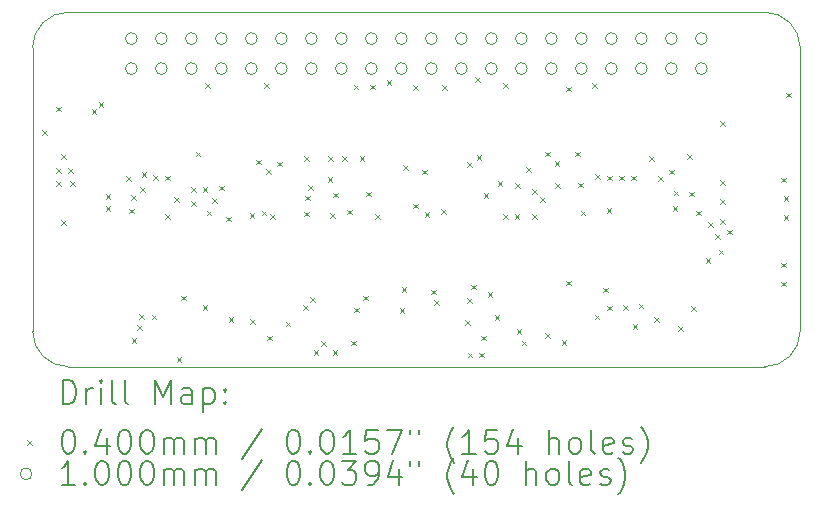
<source format=gbr>
%TF.GenerationSoftware,KiCad,Pcbnew,7.0.8*%
%TF.CreationDate,2023-11-03T14:19:17+02:00*%
%TF.ProjectId,TinyNumberHat,54696e79-4e75-46d6-9265-724861742e6b,rev?*%
%TF.SameCoordinates,Original*%
%TF.FileFunction,Drillmap*%
%TF.FilePolarity,Positive*%
%FSLAX45Y45*%
G04 Gerber Fmt 4.5, Leading zero omitted, Abs format (unit mm)*
G04 Created by KiCad (PCBNEW 7.0.8) date 2023-11-03 14:19:17*
%MOMM*%
%LPD*%
G01*
G04 APERTURE LIST*
%ADD10C,0.100000*%
%ADD11C,0.200000*%
%ADD12C,0.040000*%
G04 APERTURE END LIST*
D10*
X16500000Y-7300000D02*
G75*
G03*
X16200000Y-7000000I-300000J0D01*
G01*
X16500000Y-9700000D02*
X16500000Y-7300000D01*
X10000000Y-7300000D02*
X10000000Y-9700000D01*
X10000000Y-9700000D02*
G75*
G03*
X10300000Y-10000000I300000J0D01*
G01*
X10300000Y-10000000D02*
X16200000Y-10000000D01*
X16200000Y-10000000D02*
G75*
G03*
X16500000Y-9700000I0J300000D01*
G01*
X10300000Y-7000000D02*
G75*
G03*
X10000000Y-7300000I0J-300000D01*
G01*
X16200000Y-7000000D02*
X10300000Y-7000000D01*
D11*
D12*
X10080000Y-8000000D02*
X10120000Y-8040000D01*
X10120000Y-8000000D02*
X10080000Y-8040000D01*
X10200000Y-7800000D02*
X10240000Y-7840000D01*
X10240000Y-7800000D02*
X10200000Y-7840000D01*
X10200000Y-8320000D02*
X10240000Y-8360000D01*
X10240000Y-8320000D02*
X10200000Y-8360000D01*
X10200000Y-8430000D02*
X10240000Y-8470000D01*
X10240000Y-8430000D02*
X10200000Y-8470000D01*
X10240000Y-8200000D02*
X10280000Y-8240000D01*
X10280000Y-8200000D02*
X10240000Y-8240000D01*
X10240000Y-8760000D02*
X10280000Y-8800000D01*
X10280000Y-8760000D02*
X10240000Y-8800000D01*
X10300000Y-8320000D02*
X10340000Y-8360000D01*
X10340000Y-8320000D02*
X10300000Y-8360000D01*
X10320000Y-8430000D02*
X10360000Y-8470000D01*
X10360000Y-8430000D02*
X10320000Y-8470000D01*
X10500000Y-7820000D02*
X10540000Y-7860000D01*
X10540000Y-7820000D02*
X10500000Y-7860000D01*
X10560000Y-7760000D02*
X10600000Y-7800000D01*
X10600000Y-7760000D02*
X10560000Y-7800000D01*
X10620000Y-8540000D02*
X10660000Y-8580000D01*
X10660000Y-8540000D02*
X10620000Y-8580000D01*
X10620001Y-8640001D02*
X10660001Y-8680001D01*
X10660001Y-8640001D02*
X10620001Y-8680001D01*
X10790703Y-8385499D02*
X10830703Y-8425499D01*
X10830703Y-8385499D02*
X10790703Y-8425499D01*
X10814906Y-8662563D02*
X10854906Y-8702563D01*
X10854906Y-8662563D02*
X10814906Y-8702563D01*
X10836489Y-8549180D02*
X10876489Y-8589180D01*
X10876489Y-8549180D02*
X10836489Y-8589180D01*
X10840000Y-9760000D02*
X10880000Y-9800000D01*
X10880000Y-9760000D02*
X10840000Y-9800000D01*
X10887730Y-9652270D02*
X10927730Y-9692270D01*
X10927730Y-9652270D02*
X10887730Y-9692270D01*
X10902260Y-9554377D02*
X10942260Y-9594377D01*
X10942260Y-9554377D02*
X10902260Y-9594377D01*
X10911917Y-8479382D02*
X10951917Y-8519382D01*
X10951917Y-8479382D02*
X10911917Y-8519382D01*
X10922985Y-8355747D02*
X10962985Y-8395747D01*
X10962985Y-8355747D02*
X10922985Y-8395747D01*
X11007352Y-9560762D02*
X11047352Y-9600762D01*
X11047352Y-9560762D02*
X11007352Y-9600762D01*
X11020000Y-8380000D02*
X11060000Y-8420000D01*
X11060000Y-8380000D02*
X11020000Y-8420000D01*
X11120000Y-8712500D02*
X11160000Y-8752500D01*
X11160000Y-8712500D02*
X11120000Y-8752500D01*
X11121579Y-8383885D02*
X11161579Y-8423886D01*
X11161579Y-8383885D02*
X11121579Y-8423886D01*
X11200000Y-8567500D02*
X11240000Y-8607500D01*
X11240000Y-8567500D02*
X11200000Y-8607500D01*
X11219999Y-9920000D02*
X11259999Y-9960000D01*
X11259999Y-9920000D02*
X11219999Y-9960000D01*
X11260000Y-9400000D02*
X11300000Y-9440000D01*
X11300000Y-9400000D02*
X11260000Y-9440000D01*
X11340000Y-8480000D02*
X11380000Y-8520000D01*
X11380000Y-8480000D02*
X11340000Y-8520000D01*
X11340000Y-8600000D02*
X11380000Y-8640000D01*
X11380000Y-8600000D02*
X11340000Y-8640000D01*
X11380000Y-8179999D02*
X11420000Y-8219999D01*
X11420000Y-8179999D02*
X11380000Y-8219999D01*
X11440000Y-8480000D02*
X11480000Y-8520000D01*
X11480000Y-8480000D02*
X11440000Y-8520000D01*
X11440000Y-9480000D02*
X11480000Y-9520000D01*
X11480000Y-9480000D02*
X11440000Y-9520000D01*
X11460000Y-7600000D02*
X11500000Y-7640000D01*
X11500000Y-7600000D02*
X11460000Y-7640000D01*
X11475258Y-8680433D02*
X11515258Y-8720433D01*
X11515258Y-8680433D02*
X11475258Y-8720433D01*
X11520000Y-8572698D02*
X11560000Y-8612698D01*
X11560000Y-8572698D02*
X11520000Y-8612698D01*
X11580000Y-8467450D02*
X11620000Y-8507450D01*
X11620000Y-8467450D02*
X11580000Y-8507450D01*
X11638464Y-8729696D02*
X11678464Y-8769696D01*
X11678464Y-8729696D02*
X11638464Y-8769696D01*
X11660000Y-9580000D02*
X11700000Y-9620000D01*
X11700000Y-9580000D02*
X11660000Y-9620000D01*
X11837450Y-8700000D02*
X11877450Y-8740000D01*
X11877450Y-8700000D02*
X11837450Y-8740000D01*
X11840000Y-9600000D02*
X11880000Y-9640000D01*
X11880000Y-9600000D02*
X11840000Y-9640000D01*
X11893634Y-8247500D02*
X11933634Y-8287500D01*
X11933634Y-8247500D02*
X11893634Y-8287500D01*
X11940000Y-8680000D02*
X11980000Y-8720000D01*
X11980000Y-8680000D02*
X11940000Y-8720000D01*
X11960000Y-7600000D02*
X12000000Y-7640000D01*
X12000000Y-7600000D02*
X11960000Y-7640000D01*
X11975462Y-8327500D02*
X12015462Y-8367500D01*
X12015462Y-8327500D02*
X11975462Y-8367500D01*
X11986077Y-9738463D02*
X12026077Y-9778463D01*
X12026077Y-9738463D02*
X11986077Y-9778463D01*
X12009688Y-8710312D02*
X12049688Y-8750312D01*
X12049688Y-8710312D02*
X12009688Y-8750312D01*
X12073402Y-8264947D02*
X12113402Y-8304947D01*
X12113402Y-8264947D02*
X12073402Y-8304947D01*
X12142500Y-9619299D02*
X12182500Y-9659299D01*
X12182500Y-9619299D02*
X12142500Y-9659299D01*
X12289720Y-9480956D02*
X12329720Y-9520956D01*
X12329720Y-9480956D02*
X12289720Y-9520956D01*
X12300000Y-8220000D02*
X12340000Y-8260000D01*
X12340000Y-8220000D02*
X12300000Y-8260000D01*
X12300000Y-8687500D02*
X12340000Y-8727500D01*
X12340000Y-8687500D02*
X12300000Y-8727500D01*
X12305770Y-8552500D02*
X12345770Y-8592500D01*
X12345770Y-8552500D02*
X12305770Y-8592500D01*
X12336380Y-8462566D02*
X12376380Y-8502566D01*
X12376380Y-8462566D02*
X12336380Y-8502566D01*
X12352267Y-9409518D02*
X12392267Y-9449518D01*
X12392267Y-9409518D02*
X12352267Y-9449518D01*
X12380000Y-9860000D02*
X12420000Y-9900000D01*
X12420000Y-9860000D02*
X12380000Y-9900000D01*
X12445040Y-9786988D02*
X12485040Y-9826988D01*
X12485040Y-9786988D02*
X12445040Y-9826988D01*
X12499357Y-8395179D02*
X12539357Y-8435179D01*
X12539357Y-8395179D02*
X12499357Y-8435179D01*
X12500000Y-8218544D02*
X12540000Y-8258544D01*
X12540000Y-8218544D02*
X12500000Y-8258544D01*
X12521474Y-8701473D02*
X12561474Y-8741473D01*
X12561474Y-8701473D02*
X12521474Y-8741473D01*
X12540000Y-9860000D02*
X12580000Y-9900000D01*
X12580000Y-9860000D02*
X12540000Y-9900000D01*
X12542461Y-8528458D02*
X12582461Y-8568458D01*
X12582461Y-8528458D02*
X12542461Y-8568458D01*
X12620000Y-8220000D02*
X12660000Y-8260000D01*
X12660000Y-8220000D02*
X12620000Y-8260000D01*
X12666474Y-8671812D02*
X12706474Y-8711812D01*
X12706474Y-8671812D02*
X12666474Y-8711812D01*
X12698845Y-9780000D02*
X12738845Y-9820000D01*
X12738845Y-9780000D02*
X12698845Y-9820000D01*
X12719225Y-7613323D02*
X12759225Y-7653323D01*
X12759225Y-7613323D02*
X12719225Y-7653323D01*
X12720000Y-9500000D02*
X12760000Y-9540000D01*
X12760000Y-9500000D02*
X12720000Y-9540000D01*
X12770000Y-8220000D02*
X12810000Y-8260000D01*
X12810000Y-8220000D02*
X12770000Y-8260000D01*
X12800000Y-9400000D02*
X12840000Y-9440000D01*
X12840000Y-9400000D02*
X12800000Y-9440000D01*
X12823308Y-8520000D02*
X12863308Y-8560000D01*
X12863308Y-8520000D02*
X12823308Y-8560000D01*
X12860000Y-7612550D02*
X12900000Y-7652550D01*
X12900000Y-7612550D02*
X12860000Y-7652550D01*
X12903227Y-8709539D02*
X12943227Y-8749539D01*
X12943227Y-8709539D02*
X12903227Y-8749539D01*
X12997014Y-7575746D02*
X13037014Y-7615746D01*
X13037014Y-7575746D02*
X12997014Y-7615746D01*
X13108170Y-9507500D02*
X13148170Y-9547500D01*
X13148170Y-9507500D02*
X13108170Y-9547500D01*
X13125000Y-9330000D02*
X13165000Y-9370000D01*
X13165000Y-9330000D02*
X13125000Y-9370000D01*
X13136929Y-8292689D02*
X13176929Y-8332689D01*
X13176929Y-8292689D02*
X13136929Y-8332689D01*
X13220000Y-7620000D02*
X13260000Y-7660000D01*
X13260000Y-7620000D02*
X13220000Y-7660000D01*
X13220000Y-8620000D02*
X13260000Y-8660000D01*
X13260000Y-8620000D02*
X13220000Y-8660000D01*
X13299983Y-8331997D02*
X13339983Y-8371997D01*
X13339983Y-8331997D02*
X13299983Y-8371997D01*
X13320000Y-8690000D02*
X13360000Y-8730000D01*
X13360000Y-8690000D02*
X13320000Y-8730000D01*
X13373802Y-9348683D02*
X13413802Y-9388683D01*
X13413802Y-9348683D02*
X13373802Y-9388683D01*
X13400000Y-9440000D02*
X13440000Y-9480000D01*
X13440000Y-9440000D02*
X13400000Y-9480000D01*
X13456570Y-8667500D02*
X13496570Y-8707500D01*
X13496570Y-8667500D02*
X13456570Y-8707500D01*
X13465733Y-7616733D02*
X13505733Y-7656733D01*
X13505733Y-7616733D02*
X13465733Y-7656733D01*
X13660000Y-9605000D02*
X13700000Y-9645000D01*
X13700000Y-9605000D02*
X13660000Y-9645000D01*
X13679517Y-8266654D02*
X13719517Y-8306654D01*
X13719517Y-8266654D02*
X13679517Y-8306654D01*
X13680000Y-9420000D02*
X13720000Y-9460000D01*
X13720000Y-9420000D02*
X13680000Y-9460000D01*
X13684277Y-9881291D02*
X13724277Y-9921291D01*
X13724277Y-9881291D02*
X13684277Y-9921291D01*
X13714113Y-9305229D02*
X13754113Y-9345229D01*
X13754113Y-9305229D02*
X13714113Y-9345229D01*
X13750000Y-7546534D02*
X13790000Y-7586534D01*
X13790000Y-7546534D02*
X13750000Y-7586534D01*
X13760000Y-8207450D02*
X13800000Y-8247450D01*
X13800000Y-8207450D02*
X13760000Y-8247450D01*
X13783799Y-9881291D02*
X13823799Y-9921291D01*
X13823799Y-9881291D02*
X13783799Y-9921291D01*
X13795386Y-9737500D02*
X13835386Y-9777500D01*
X13835386Y-9737500D02*
X13795386Y-9777500D01*
X13819544Y-8532591D02*
X13859544Y-8572591D01*
X13859544Y-8532591D02*
X13819544Y-8572591D01*
X13852115Y-9372273D02*
X13892115Y-9412273D01*
X13892115Y-9372273D02*
X13852115Y-9412273D01*
X13912646Y-9562801D02*
X13952646Y-9602801D01*
X13952646Y-9562801D02*
X13912646Y-9602801D01*
X13937428Y-8432500D02*
X13977428Y-8472500D01*
X13977428Y-8432500D02*
X13937428Y-8472500D01*
X13982270Y-7597730D02*
X14022270Y-7637730D01*
X14022270Y-7597730D02*
X13982270Y-7637730D01*
X13982839Y-8708633D02*
X14022839Y-8748633D01*
X14022839Y-8708633D02*
X13982839Y-8748633D01*
X14082653Y-8712500D02*
X14122653Y-8752500D01*
X14122653Y-8712500D02*
X14082653Y-8752500D01*
X14088294Y-8446854D02*
X14128294Y-8486854D01*
X14128294Y-8446854D02*
X14088294Y-8486854D01*
X14099601Y-9680301D02*
X14139601Y-9720301D01*
X14139601Y-9680301D02*
X14099601Y-9720301D01*
X14140000Y-9780000D02*
X14180000Y-9820000D01*
X14180000Y-9780000D02*
X14140000Y-9820000D01*
X14179534Y-8309981D02*
X14219534Y-8349981D01*
X14219534Y-8309981D02*
X14179534Y-8349981D01*
X14228666Y-8712500D02*
X14268666Y-8752500D01*
X14268666Y-8712500D02*
X14228666Y-8752500D01*
X14229425Y-8495000D02*
X14269425Y-8535000D01*
X14269425Y-8495000D02*
X14229425Y-8535000D01*
X14300261Y-8567500D02*
X14340261Y-8607500D01*
X14340261Y-8567500D02*
X14300261Y-8607500D01*
X14340000Y-8180000D02*
X14380000Y-8220000D01*
X14380000Y-8180000D02*
X14340000Y-8220000D01*
X14340000Y-9720000D02*
X14380000Y-9760000D01*
X14380000Y-9720000D02*
X14340000Y-9760000D01*
X14420000Y-8260000D02*
X14460000Y-8300000D01*
X14460000Y-8260000D02*
X14420000Y-8300000D01*
X14426078Y-8450000D02*
X14466078Y-8490000D01*
X14466078Y-8450000D02*
X14426078Y-8490000D01*
X14480000Y-9774950D02*
X14520000Y-9814950D01*
X14520000Y-9774950D02*
X14480000Y-9814950D01*
X14520000Y-7630000D02*
X14560000Y-7670000D01*
X14560000Y-7630000D02*
X14520000Y-7670000D01*
X14520653Y-9272283D02*
X14560653Y-9312283D01*
X14560653Y-9272283D02*
X14520653Y-9312283D01*
X14594977Y-8180541D02*
X14634977Y-8220541D01*
X14634977Y-8180541D02*
X14594977Y-8220541D01*
X14620000Y-8443040D02*
X14660000Y-8483040D01*
X14660000Y-8443040D02*
X14620000Y-8483040D01*
X14640000Y-8680000D02*
X14680000Y-8720000D01*
X14680000Y-8680000D02*
X14640000Y-8720000D01*
X14740000Y-7599950D02*
X14780000Y-7639950D01*
X14780000Y-7599950D02*
X14740000Y-7639950D01*
X14760003Y-9560000D02*
X14800003Y-9600000D01*
X14800003Y-9560000D02*
X14760003Y-9600000D01*
X14765828Y-8370519D02*
X14805828Y-8410519D01*
X14805828Y-8370519D02*
X14765828Y-8410519D01*
X14832550Y-9332550D02*
X14872550Y-9372550D01*
X14872550Y-9332550D02*
X14832550Y-9372550D01*
X14860000Y-8660000D02*
X14900000Y-8700000D01*
X14900000Y-8660000D02*
X14860000Y-8700000D01*
X14863205Y-9484530D02*
X14903205Y-9524530D01*
X14903205Y-9484530D02*
X14863205Y-9524530D01*
X14865327Y-8382500D02*
X14905327Y-8422500D01*
X14905327Y-8382500D02*
X14865327Y-8422500D01*
X14965327Y-8382500D02*
X15005327Y-8422500D01*
X15005327Y-8382500D02*
X14965327Y-8422500D01*
X15000000Y-9478073D02*
X15040000Y-9518073D01*
X15040000Y-9478073D02*
X15000000Y-9518073D01*
X15065392Y-8382500D02*
X15105392Y-8422500D01*
X15105392Y-8382500D02*
X15065392Y-8422500D01*
X15080000Y-9640000D02*
X15120000Y-9680000D01*
X15120000Y-9640000D02*
X15080000Y-9680000D01*
X15131095Y-9466374D02*
X15171095Y-9506374D01*
X15171095Y-9466374D02*
X15131095Y-9506374D01*
X15220000Y-8220000D02*
X15260000Y-8260000D01*
X15260000Y-8220000D02*
X15220000Y-8260000D01*
X15260000Y-9580000D02*
X15300000Y-9620000D01*
X15300000Y-9580000D02*
X15260000Y-9620000D01*
X15297547Y-8388791D02*
X15337547Y-8428791D01*
X15337547Y-8388791D02*
X15297547Y-8428791D01*
X15392500Y-8333842D02*
X15432500Y-8373842D01*
X15432500Y-8333842D02*
X15392500Y-8373842D01*
X15420000Y-8640000D02*
X15460000Y-8680000D01*
X15460000Y-8640000D02*
X15420000Y-8680000D01*
X15427500Y-8510000D02*
X15467500Y-8550000D01*
X15467500Y-8510000D02*
X15427500Y-8550000D01*
X15464696Y-9656412D02*
X15504696Y-9696412D01*
X15504696Y-9656412D02*
X15464696Y-9696412D01*
X15541713Y-8198842D02*
X15581713Y-8238842D01*
X15581713Y-8198842D02*
X15541713Y-8238842D01*
X15560000Y-8520000D02*
X15600000Y-8560000D01*
X15600000Y-8520000D02*
X15560000Y-8560000D01*
X15576506Y-9488034D02*
X15616506Y-9528034D01*
X15616506Y-9488034D02*
X15576506Y-9528034D01*
X15620000Y-8680000D02*
X15660000Y-8720000D01*
X15660000Y-8680000D02*
X15620000Y-8720000D01*
X15700000Y-9080000D02*
X15740000Y-9120000D01*
X15740000Y-9080000D02*
X15700000Y-9120000D01*
X15720000Y-8780000D02*
X15760000Y-8820000D01*
X15760000Y-8780000D02*
X15720000Y-8820000D01*
X15780000Y-8880000D02*
X15820000Y-8920000D01*
X15820000Y-8880000D02*
X15780000Y-8920000D01*
X15810000Y-9010000D02*
X15850000Y-9050000D01*
X15850000Y-9010000D02*
X15810000Y-9050000D01*
X15820000Y-7920000D02*
X15860000Y-7960000D01*
X15860000Y-7920000D02*
X15820000Y-7960000D01*
X15820000Y-8420000D02*
X15860000Y-8460000D01*
X15860000Y-8420000D02*
X15820000Y-8460000D01*
X15820000Y-8580000D02*
X15860000Y-8620000D01*
X15860000Y-8580000D02*
X15820000Y-8620000D01*
X15820000Y-8750000D02*
X15860000Y-8790000D01*
X15860000Y-8750000D02*
X15820000Y-8790000D01*
X15880000Y-8840000D02*
X15920000Y-8880000D01*
X15920000Y-8840000D02*
X15880000Y-8880000D01*
X16340000Y-8400000D02*
X16380000Y-8440000D01*
X16380000Y-8400000D02*
X16340000Y-8440000D01*
X16340000Y-9120000D02*
X16380000Y-9160000D01*
X16380000Y-9120000D02*
X16340000Y-9160000D01*
X16340000Y-9280000D02*
X16380000Y-9320000D01*
X16380000Y-9280000D02*
X16340000Y-9320000D01*
X16360000Y-8560000D02*
X16400000Y-8600000D01*
X16400000Y-8560000D02*
X16360000Y-8600000D01*
X16360000Y-8720000D02*
X16400000Y-8760000D01*
X16400000Y-8720000D02*
X16360000Y-8760000D01*
X16380000Y-7680000D02*
X16420000Y-7720000D01*
X16420000Y-7680000D02*
X16380000Y-7720000D01*
D10*
X10887000Y-7223000D02*
G75*
G03*
X10887000Y-7223000I-50000J0D01*
G01*
X10887000Y-7477000D02*
G75*
G03*
X10887000Y-7477000I-50000J0D01*
G01*
X11141000Y-7223000D02*
G75*
G03*
X11141000Y-7223000I-50000J0D01*
G01*
X11141000Y-7477000D02*
G75*
G03*
X11141000Y-7477000I-50000J0D01*
G01*
X11395000Y-7223000D02*
G75*
G03*
X11395000Y-7223000I-50000J0D01*
G01*
X11395000Y-7477000D02*
G75*
G03*
X11395000Y-7477000I-50000J0D01*
G01*
X11649000Y-7223000D02*
G75*
G03*
X11649000Y-7223000I-50000J0D01*
G01*
X11649000Y-7477000D02*
G75*
G03*
X11649000Y-7477000I-50000J0D01*
G01*
X11903000Y-7223000D02*
G75*
G03*
X11903000Y-7223000I-50000J0D01*
G01*
X11903000Y-7477000D02*
G75*
G03*
X11903000Y-7477000I-50000J0D01*
G01*
X12157000Y-7223000D02*
G75*
G03*
X12157000Y-7223000I-50000J0D01*
G01*
X12157000Y-7477000D02*
G75*
G03*
X12157000Y-7477000I-50000J0D01*
G01*
X12411000Y-7223000D02*
G75*
G03*
X12411000Y-7223000I-50000J0D01*
G01*
X12411000Y-7477000D02*
G75*
G03*
X12411000Y-7477000I-50000J0D01*
G01*
X12665000Y-7223000D02*
G75*
G03*
X12665000Y-7223000I-50000J0D01*
G01*
X12665000Y-7477000D02*
G75*
G03*
X12665000Y-7477000I-50000J0D01*
G01*
X12919000Y-7223000D02*
G75*
G03*
X12919000Y-7223000I-50000J0D01*
G01*
X12919000Y-7477000D02*
G75*
G03*
X12919000Y-7477000I-50000J0D01*
G01*
X13173000Y-7223000D02*
G75*
G03*
X13173000Y-7223000I-50000J0D01*
G01*
X13173000Y-7477000D02*
G75*
G03*
X13173000Y-7477000I-50000J0D01*
G01*
X13427000Y-7223000D02*
G75*
G03*
X13427000Y-7223000I-50000J0D01*
G01*
X13427000Y-7477000D02*
G75*
G03*
X13427000Y-7477000I-50000J0D01*
G01*
X13681000Y-7223000D02*
G75*
G03*
X13681000Y-7223000I-50000J0D01*
G01*
X13681000Y-7477000D02*
G75*
G03*
X13681000Y-7477000I-50000J0D01*
G01*
X13935000Y-7223000D02*
G75*
G03*
X13935000Y-7223000I-50000J0D01*
G01*
X13935000Y-7477000D02*
G75*
G03*
X13935000Y-7477000I-50000J0D01*
G01*
X14189000Y-7223000D02*
G75*
G03*
X14189000Y-7223000I-50000J0D01*
G01*
X14189000Y-7477000D02*
G75*
G03*
X14189000Y-7477000I-50000J0D01*
G01*
X14443000Y-7223000D02*
G75*
G03*
X14443000Y-7223000I-50000J0D01*
G01*
X14443000Y-7477000D02*
G75*
G03*
X14443000Y-7477000I-50000J0D01*
G01*
X14697000Y-7223000D02*
G75*
G03*
X14697000Y-7223000I-50000J0D01*
G01*
X14697000Y-7477000D02*
G75*
G03*
X14697000Y-7477000I-50000J0D01*
G01*
X14951000Y-7223000D02*
G75*
G03*
X14951000Y-7223000I-50000J0D01*
G01*
X14951000Y-7477000D02*
G75*
G03*
X14951000Y-7477000I-50000J0D01*
G01*
X15205000Y-7223000D02*
G75*
G03*
X15205000Y-7223000I-50000J0D01*
G01*
X15205000Y-7477000D02*
G75*
G03*
X15205000Y-7477000I-50000J0D01*
G01*
X15459000Y-7223000D02*
G75*
G03*
X15459000Y-7223000I-50000J0D01*
G01*
X15459000Y-7477000D02*
G75*
G03*
X15459000Y-7477000I-50000J0D01*
G01*
X15713000Y-7223000D02*
G75*
G03*
X15713000Y-7223000I-50000J0D01*
G01*
X15713000Y-7477000D02*
G75*
G03*
X15713000Y-7477000I-50000J0D01*
G01*
D11*
X10255777Y-10316484D02*
X10255777Y-10116484D01*
X10255777Y-10116484D02*
X10303396Y-10116484D01*
X10303396Y-10116484D02*
X10331967Y-10126008D01*
X10331967Y-10126008D02*
X10351015Y-10145055D01*
X10351015Y-10145055D02*
X10360539Y-10164103D01*
X10360539Y-10164103D02*
X10370063Y-10202198D01*
X10370063Y-10202198D02*
X10370063Y-10230770D01*
X10370063Y-10230770D02*
X10360539Y-10268865D01*
X10360539Y-10268865D02*
X10351015Y-10287912D01*
X10351015Y-10287912D02*
X10331967Y-10306960D01*
X10331967Y-10306960D02*
X10303396Y-10316484D01*
X10303396Y-10316484D02*
X10255777Y-10316484D01*
X10455777Y-10316484D02*
X10455777Y-10183150D01*
X10455777Y-10221246D02*
X10465301Y-10202198D01*
X10465301Y-10202198D02*
X10474824Y-10192674D01*
X10474824Y-10192674D02*
X10493872Y-10183150D01*
X10493872Y-10183150D02*
X10512920Y-10183150D01*
X10579586Y-10316484D02*
X10579586Y-10183150D01*
X10579586Y-10116484D02*
X10570063Y-10126008D01*
X10570063Y-10126008D02*
X10579586Y-10135531D01*
X10579586Y-10135531D02*
X10589110Y-10126008D01*
X10589110Y-10126008D02*
X10579586Y-10116484D01*
X10579586Y-10116484D02*
X10579586Y-10135531D01*
X10703396Y-10316484D02*
X10684348Y-10306960D01*
X10684348Y-10306960D02*
X10674824Y-10287912D01*
X10674824Y-10287912D02*
X10674824Y-10116484D01*
X10808158Y-10316484D02*
X10789110Y-10306960D01*
X10789110Y-10306960D02*
X10779586Y-10287912D01*
X10779586Y-10287912D02*
X10779586Y-10116484D01*
X11036729Y-10316484D02*
X11036729Y-10116484D01*
X11036729Y-10116484D02*
X11103396Y-10259341D01*
X11103396Y-10259341D02*
X11170063Y-10116484D01*
X11170063Y-10116484D02*
X11170063Y-10316484D01*
X11351015Y-10316484D02*
X11351015Y-10211722D01*
X11351015Y-10211722D02*
X11341491Y-10192674D01*
X11341491Y-10192674D02*
X11322443Y-10183150D01*
X11322443Y-10183150D02*
X11284348Y-10183150D01*
X11284348Y-10183150D02*
X11265301Y-10192674D01*
X11351015Y-10306960D02*
X11331967Y-10316484D01*
X11331967Y-10316484D02*
X11284348Y-10316484D01*
X11284348Y-10316484D02*
X11265301Y-10306960D01*
X11265301Y-10306960D02*
X11255777Y-10287912D01*
X11255777Y-10287912D02*
X11255777Y-10268865D01*
X11255777Y-10268865D02*
X11265301Y-10249817D01*
X11265301Y-10249817D02*
X11284348Y-10240293D01*
X11284348Y-10240293D02*
X11331967Y-10240293D01*
X11331967Y-10240293D02*
X11351015Y-10230770D01*
X11446253Y-10183150D02*
X11446253Y-10383150D01*
X11446253Y-10192674D02*
X11465301Y-10183150D01*
X11465301Y-10183150D02*
X11503396Y-10183150D01*
X11503396Y-10183150D02*
X11522443Y-10192674D01*
X11522443Y-10192674D02*
X11531967Y-10202198D01*
X11531967Y-10202198D02*
X11541491Y-10221246D01*
X11541491Y-10221246D02*
X11541491Y-10278389D01*
X11541491Y-10278389D02*
X11531967Y-10297436D01*
X11531967Y-10297436D02*
X11522443Y-10306960D01*
X11522443Y-10306960D02*
X11503396Y-10316484D01*
X11503396Y-10316484D02*
X11465301Y-10316484D01*
X11465301Y-10316484D02*
X11446253Y-10306960D01*
X11627205Y-10297436D02*
X11636729Y-10306960D01*
X11636729Y-10306960D02*
X11627205Y-10316484D01*
X11627205Y-10316484D02*
X11617682Y-10306960D01*
X11617682Y-10306960D02*
X11627205Y-10297436D01*
X11627205Y-10297436D02*
X11627205Y-10316484D01*
X11627205Y-10192674D02*
X11636729Y-10202198D01*
X11636729Y-10202198D02*
X11627205Y-10211722D01*
X11627205Y-10211722D02*
X11617682Y-10202198D01*
X11617682Y-10202198D02*
X11627205Y-10192674D01*
X11627205Y-10192674D02*
X11627205Y-10211722D01*
D12*
X9955000Y-10625000D02*
X9995000Y-10665000D01*
X9995000Y-10625000D02*
X9955000Y-10665000D01*
D11*
X10293872Y-10536484D02*
X10312920Y-10536484D01*
X10312920Y-10536484D02*
X10331967Y-10546008D01*
X10331967Y-10546008D02*
X10341491Y-10555531D01*
X10341491Y-10555531D02*
X10351015Y-10574579D01*
X10351015Y-10574579D02*
X10360539Y-10612674D01*
X10360539Y-10612674D02*
X10360539Y-10660293D01*
X10360539Y-10660293D02*
X10351015Y-10698389D01*
X10351015Y-10698389D02*
X10341491Y-10717436D01*
X10341491Y-10717436D02*
X10331967Y-10726960D01*
X10331967Y-10726960D02*
X10312920Y-10736484D01*
X10312920Y-10736484D02*
X10293872Y-10736484D01*
X10293872Y-10736484D02*
X10274824Y-10726960D01*
X10274824Y-10726960D02*
X10265301Y-10717436D01*
X10265301Y-10717436D02*
X10255777Y-10698389D01*
X10255777Y-10698389D02*
X10246253Y-10660293D01*
X10246253Y-10660293D02*
X10246253Y-10612674D01*
X10246253Y-10612674D02*
X10255777Y-10574579D01*
X10255777Y-10574579D02*
X10265301Y-10555531D01*
X10265301Y-10555531D02*
X10274824Y-10546008D01*
X10274824Y-10546008D02*
X10293872Y-10536484D01*
X10446253Y-10717436D02*
X10455777Y-10726960D01*
X10455777Y-10726960D02*
X10446253Y-10736484D01*
X10446253Y-10736484D02*
X10436729Y-10726960D01*
X10436729Y-10726960D02*
X10446253Y-10717436D01*
X10446253Y-10717436D02*
X10446253Y-10736484D01*
X10627205Y-10603150D02*
X10627205Y-10736484D01*
X10579586Y-10526960D02*
X10531967Y-10669817D01*
X10531967Y-10669817D02*
X10655777Y-10669817D01*
X10770063Y-10536484D02*
X10789110Y-10536484D01*
X10789110Y-10536484D02*
X10808158Y-10546008D01*
X10808158Y-10546008D02*
X10817682Y-10555531D01*
X10817682Y-10555531D02*
X10827205Y-10574579D01*
X10827205Y-10574579D02*
X10836729Y-10612674D01*
X10836729Y-10612674D02*
X10836729Y-10660293D01*
X10836729Y-10660293D02*
X10827205Y-10698389D01*
X10827205Y-10698389D02*
X10817682Y-10717436D01*
X10817682Y-10717436D02*
X10808158Y-10726960D01*
X10808158Y-10726960D02*
X10789110Y-10736484D01*
X10789110Y-10736484D02*
X10770063Y-10736484D01*
X10770063Y-10736484D02*
X10751015Y-10726960D01*
X10751015Y-10726960D02*
X10741491Y-10717436D01*
X10741491Y-10717436D02*
X10731967Y-10698389D01*
X10731967Y-10698389D02*
X10722444Y-10660293D01*
X10722444Y-10660293D02*
X10722444Y-10612674D01*
X10722444Y-10612674D02*
X10731967Y-10574579D01*
X10731967Y-10574579D02*
X10741491Y-10555531D01*
X10741491Y-10555531D02*
X10751015Y-10546008D01*
X10751015Y-10546008D02*
X10770063Y-10536484D01*
X10960539Y-10536484D02*
X10979586Y-10536484D01*
X10979586Y-10536484D02*
X10998634Y-10546008D01*
X10998634Y-10546008D02*
X11008158Y-10555531D01*
X11008158Y-10555531D02*
X11017682Y-10574579D01*
X11017682Y-10574579D02*
X11027205Y-10612674D01*
X11027205Y-10612674D02*
X11027205Y-10660293D01*
X11027205Y-10660293D02*
X11017682Y-10698389D01*
X11017682Y-10698389D02*
X11008158Y-10717436D01*
X11008158Y-10717436D02*
X10998634Y-10726960D01*
X10998634Y-10726960D02*
X10979586Y-10736484D01*
X10979586Y-10736484D02*
X10960539Y-10736484D01*
X10960539Y-10736484D02*
X10941491Y-10726960D01*
X10941491Y-10726960D02*
X10931967Y-10717436D01*
X10931967Y-10717436D02*
X10922444Y-10698389D01*
X10922444Y-10698389D02*
X10912920Y-10660293D01*
X10912920Y-10660293D02*
X10912920Y-10612674D01*
X10912920Y-10612674D02*
X10922444Y-10574579D01*
X10922444Y-10574579D02*
X10931967Y-10555531D01*
X10931967Y-10555531D02*
X10941491Y-10546008D01*
X10941491Y-10546008D02*
X10960539Y-10536484D01*
X11112920Y-10736484D02*
X11112920Y-10603150D01*
X11112920Y-10622198D02*
X11122444Y-10612674D01*
X11122444Y-10612674D02*
X11141491Y-10603150D01*
X11141491Y-10603150D02*
X11170063Y-10603150D01*
X11170063Y-10603150D02*
X11189110Y-10612674D01*
X11189110Y-10612674D02*
X11198634Y-10631722D01*
X11198634Y-10631722D02*
X11198634Y-10736484D01*
X11198634Y-10631722D02*
X11208158Y-10612674D01*
X11208158Y-10612674D02*
X11227205Y-10603150D01*
X11227205Y-10603150D02*
X11255777Y-10603150D01*
X11255777Y-10603150D02*
X11274824Y-10612674D01*
X11274824Y-10612674D02*
X11284348Y-10631722D01*
X11284348Y-10631722D02*
X11284348Y-10736484D01*
X11379586Y-10736484D02*
X11379586Y-10603150D01*
X11379586Y-10622198D02*
X11389110Y-10612674D01*
X11389110Y-10612674D02*
X11408158Y-10603150D01*
X11408158Y-10603150D02*
X11436729Y-10603150D01*
X11436729Y-10603150D02*
X11455777Y-10612674D01*
X11455777Y-10612674D02*
X11465301Y-10631722D01*
X11465301Y-10631722D02*
X11465301Y-10736484D01*
X11465301Y-10631722D02*
X11474824Y-10612674D01*
X11474824Y-10612674D02*
X11493872Y-10603150D01*
X11493872Y-10603150D02*
X11522443Y-10603150D01*
X11522443Y-10603150D02*
X11541491Y-10612674D01*
X11541491Y-10612674D02*
X11551015Y-10631722D01*
X11551015Y-10631722D02*
X11551015Y-10736484D01*
X11941491Y-10526960D02*
X11770063Y-10784103D01*
X12198634Y-10536484D02*
X12217682Y-10536484D01*
X12217682Y-10536484D02*
X12236729Y-10546008D01*
X12236729Y-10546008D02*
X12246253Y-10555531D01*
X12246253Y-10555531D02*
X12255777Y-10574579D01*
X12255777Y-10574579D02*
X12265301Y-10612674D01*
X12265301Y-10612674D02*
X12265301Y-10660293D01*
X12265301Y-10660293D02*
X12255777Y-10698389D01*
X12255777Y-10698389D02*
X12246253Y-10717436D01*
X12246253Y-10717436D02*
X12236729Y-10726960D01*
X12236729Y-10726960D02*
X12217682Y-10736484D01*
X12217682Y-10736484D02*
X12198634Y-10736484D01*
X12198634Y-10736484D02*
X12179586Y-10726960D01*
X12179586Y-10726960D02*
X12170063Y-10717436D01*
X12170063Y-10717436D02*
X12160539Y-10698389D01*
X12160539Y-10698389D02*
X12151015Y-10660293D01*
X12151015Y-10660293D02*
X12151015Y-10612674D01*
X12151015Y-10612674D02*
X12160539Y-10574579D01*
X12160539Y-10574579D02*
X12170063Y-10555531D01*
X12170063Y-10555531D02*
X12179586Y-10546008D01*
X12179586Y-10546008D02*
X12198634Y-10536484D01*
X12351015Y-10717436D02*
X12360539Y-10726960D01*
X12360539Y-10726960D02*
X12351015Y-10736484D01*
X12351015Y-10736484D02*
X12341491Y-10726960D01*
X12341491Y-10726960D02*
X12351015Y-10717436D01*
X12351015Y-10717436D02*
X12351015Y-10736484D01*
X12484348Y-10536484D02*
X12503396Y-10536484D01*
X12503396Y-10536484D02*
X12522444Y-10546008D01*
X12522444Y-10546008D02*
X12531967Y-10555531D01*
X12531967Y-10555531D02*
X12541491Y-10574579D01*
X12541491Y-10574579D02*
X12551015Y-10612674D01*
X12551015Y-10612674D02*
X12551015Y-10660293D01*
X12551015Y-10660293D02*
X12541491Y-10698389D01*
X12541491Y-10698389D02*
X12531967Y-10717436D01*
X12531967Y-10717436D02*
X12522444Y-10726960D01*
X12522444Y-10726960D02*
X12503396Y-10736484D01*
X12503396Y-10736484D02*
X12484348Y-10736484D01*
X12484348Y-10736484D02*
X12465301Y-10726960D01*
X12465301Y-10726960D02*
X12455777Y-10717436D01*
X12455777Y-10717436D02*
X12446253Y-10698389D01*
X12446253Y-10698389D02*
X12436729Y-10660293D01*
X12436729Y-10660293D02*
X12436729Y-10612674D01*
X12436729Y-10612674D02*
X12446253Y-10574579D01*
X12446253Y-10574579D02*
X12455777Y-10555531D01*
X12455777Y-10555531D02*
X12465301Y-10546008D01*
X12465301Y-10546008D02*
X12484348Y-10536484D01*
X12741491Y-10736484D02*
X12627206Y-10736484D01*
X12684348Y-10736484D02*
X12684348Y-10536484D01*
X12684348Y-10536484D02*
X12665301Y-10565055D01*
X12665301Y-10565055D02*
X12646253Y-10584103D01*
X12646253Y-10584103D02*
X12627206Y-10593627D01*
X12922444Y-10536484D02*
X12827206Y-10536484D01*
X12827206Y-10536484D02*
X12817682Y-10631722D01*
X12817682Y-10631722D02*
X12827206Y-10622198D01*
X12827206Y-10622198D02*
X12846253Y-10612674D01*
X12846253Y-10612674D02*
X12893872Y-10612674D01*
X12893872Y-10612674D02*
X12912920Y-10622198D01*
X12912920Y-10622198D02*
X12922444Y-10631722D01*
X12922444Y-10631722D02*
X12931967Y-10650770D01*
X12931967Y-10650770D02*
X12931967Y-10698389D01*
X12931967Y-10698389D02*
X12922444Y-10717436D01*
X12922444Y-10717436D02*
X12912920Y-10726960D01*
X12912920Y-10726960D02*
X12893872Y-10736484D01*
X12893872Y-10736484D02*
X12846253Y-10736484D01*
X12846253Y-10736484D02*
X12827206Y-10726960D01*
X12827206Y-10726960D02*
X12817682Y-10717436D01*
X12998634Y-10536484D02*
X13131967Y-10536484D01*
X13131967Y-10536484D02*
X13046253Y-10736484D01*
X13198634Y-10536484D02*
X13198634Y-10574579D01*
X13274825Y-10536484D02*
X13274825Y-10574579D01*
X13570063Y-10812674D02*
X13560539Y-10803150D01*
X13560539Y-10803150D02*
X13541491Y-10774579D01*
X13541491Y-10774579D02*
X13531968Y-10755531D01*
X13531968Y-10755531D02*
X13522444Y-10726960D01*
X13522444Y-10726960D02*
X13512920Y-10679341D01*
X13512920Y-10679341D02*
X13512920Y-10641246D01*
X13512920Y-10641246D02*
X13522444Y-10593627D01*
X13522444Y-10593627D02*
X13531968Y-10565055D01*
X13531968Y-10565055D02*
X13541491Y-10546008D01*
X13541491Y-10546008D02*
X13560539Y-10517436D01*
X13560539Y-10517436D02*
X13570063Y-10507912D01*
X13751015Y-10736484D02*
X13636729Y-10736484D01*
X13693872Y-10736484D02*
X13693872Y-10536484D01*
X13693872Y-10536484D02*
X13674825Y-10565055D01*
X13674825Y-10565055D02*
X13655777Y-10584103D01*
X13655777Y-10584103D02*
X13636729Y-10593627D01*
X13931968Y-10536484D02*
X13836729Y-10536484D01*
X13836729Y-10536484D02*
X13827206Y-10631722D01*
X13827206Y-10631722D02*
X13836729Y-10622198D01*
X13836729Y-10622198D02*
X13855777Y-10612674D01*
X13855777Y-10612674D02*
X13903396Y-10612674D01*
X13903396Y-10612674D02*
X13922444Y-10622198D01*
X13922444Y-10622198D02*
X13931968Y-10631722D01*
X13931968Y-10631722D02*
X13941491Y-10650770D01*
X13941491Y-10650770D02*
X13941491Y-10698389D01*
X13941491Y-10698389D02*
X13931968Y-10717436D01*
X13931968Y-10717436D02*
X13922444Y-10726960D01*
X13922444Y-10726960D02*
X13903396Y-10736484D01*
X13903396Y-10736484D02*
X13855777Y-10736484D01*
X13855777Y-10736484D02*
X13836729Y-10726960D01*
X13836729Y-10726960D02*
X13827206Y-10717436D01*
X14112920Y-10603150D02*
X14112920Y-10736484D01*
X14065301Y-10526960D02*
X14017682Y-10669817D01*
X14017682Y-10669817D02*
X14141491Y-10669817D01*
X14370063Y-10736484D02*
X14370063Y-10536484D01*
X14455777Y-10736484D02*
X14455777Y-10631722D01*
X14455777Y-10631722D02*
X14446253Y-10612674D01*
X14446253Y-10612674D02*
X14427206Y-10603150D01*
X14427206Y-10603150D02*
X14398634Y-10603150D01*
X14398634Y-10603150D02*
X14379587Y-10612674D01*
X14379587Y-10612674D02*
X14370063Y-10622198D01*
X14579587Y-10736484D02*
X14560539Y-10726960D01*
X14560539Y-10726960D02*
X14551015Y-10717436D01*
X14551015Y-10717436D02*
X14541491Y-10698389D01*
X14541491Y-10698389D02*
X14541491Y-10641246D01*
X14541491Y-10641246D02*
X14551015Y-10622198D01*
X14551015Y-10622198D02*
X14560539Y-10612674D01*
X14560539Y-10612674D02*
X14579587Y-10603150D01*
X14579587Y-10603150D02*
X14608158Y-10603150D01*
X14608158Y-10603150D02*
X14627206Y-10612674D01*
X14627206Y-10612674D02*
X14636730Y-10622198D01*
X14636730Y-10622198D02*
X14646253Y-10641246D01*
X14646253Y-10641246D02*
X14646253Y-10698389D01*
X14646253Y-10698389D02*
X14636730Y-10717436D01*
X14636730Y-10717436D02*
X14627206Y-10726960D01*
X14627206Y-10726960D02*
X14608158Y-10736484D01*
X14608158Y-10736484D02*
X14579587Y-10736484D01*
X14760539Y-10736484D02*
X14741491Y-10726960D01*
X14741491Y-10726960D02*
X14731968Y-10707912D01*
X14731968Y-10707912D02*
X14731968Y-10536484D01*
X14912920Y-10726960D02*
X14893872Y-10736484D01*
X14893872Y-10736484D02*
X14855777Y-10736484D01*
X14855777Y-10736484D02*
X14836730Y-10726960D01*
X14836730Y-10726960D02*
X14827206Y-10707912D01*
X14827206Y-10707912D02*
X14827206Y-10631722D01*
X14827206Y-10631722D02*
X14836730Y-10612674D01*
X14836730Y-10612674D02*
X14855777Y-10603150D01*
X14855777Y-10603150D02*
X14893872Y-10603150D01*
X14893872Y-10603150D02*
X14912920Y-10612674D01*
X14912920Y-10612674D02*
X14922444Y-10631722D01*
X14922444Y-10631722D02*
X14922444Y-10650770D01*
X14922444Y-10650770D02*
X14827206Y-10669817D01*
X14998634Y-10726960D02*
X15017682Y-10736484D01*
X15017682Y-10736484D02*
X15055777Y-10736484D01*
X15055777Y-10736484D02*
X15074825Y-10726960D01*
X15074825Y-10726960D02*
X15084349Y-10707912D01*
X15084349Y-10707912D02*
X15084349Y-10698389D01*
X15084349Y-10698389D02*
X15074825Y-10679341D01*
X15074825Y-10679341D02*
X15055777Y-10669817D01*
X15055777Y-10669817D02*
X15027206Y-10669817D01*
X15027206Y-10669817D02*
X15008158Y-10660293D01*
X15008158Y-10660293D02*
X14998634Y-10641246D01*
X14998634Y-10641246D02*
X14998634Y-10631722D01*
X14998634Y-10631722D02*
X15008158Y-10612674D01*
X15008158Y-10612674D02*
X15027206Y-10603150D01*
X15027206Y-10603150D02*
X15055777Y-10603150D01*
X15055777Y-10603150D02*
X15074825Y-10612674D01*
X15151015Y-10812674D02*
X15160539Y-10803150D01*
X15160539Y-10803150D02*
X15179587Y-10774579D01*
X15179587Y-10774579D02*
X15189111Y-10755531D01*
X15189111Y-10755531D02*
X15198634Y-10726960D01*
X15198634Y-10726960D02*
X15208158Y-10679341D01*
X15208158Y-10679341D02*
X15208158Y-10641246D01*
X15208158Y-10641246D02*
X15198634Y-10593627D01*
X15198634Y-10593627D02*
X15189111Y-10565055D01*
X15189111Y-10565055D02*
X15179587Y-10546008D01*
X15179587Y-10546008D02*
X15160539Y-10517436D01*
X15160539Y-10517436D02*
X15151015Y-10507912D01*
D10*
X9995000Y-10909000D02*
G75*
G03*
X9995000Y-10909000I-50000J0D01*
G01*
D11*
X10360539Y-11000484D02*
X10246253Y-11000484D01*
X10303396Y-11000484D02*
X10303396Y-10800484D01*
X10303396Y-10800484D02*
X10284348Y-10829055D01*
X10284348Y-10829055D02*
X10265301Y-10848103D01*
X10265301Y-10848103D02*
X10246253Y-10857627D01*
X10446253Y-10981436D02*
X10455777Y-10990960D01*
X10455777Y-10990960D02*
X10446253Y-11000484D01*
X10446253Y-11000484D02*
X10436729Y-10990960D01*
X10436729Y-10990960D02*
X10446253Y-10981436D01*
X10446253Y-10981436D02*
X10446253Y-11000484D01*
X10579586Y-10800484D02*
X10598634Y-10800484D01*
X10598634Y-10800484D02*
X10617682Y-10810008D01*
X10617682Y-10810008D02*
X10627205Y-10819531D01*
X10627205Y-10819531D02*
X10636729Y-10838579D01*
X10636729Y-10838579D02*
X10646253Y-10876674D01*
X10646253Y-10876674D02*
X10646253Y-10924293D01*
X10646253Y-10924293D02*
X10636729Y-10962389D01*
X10636729Y-10962389D02*
X10627205Y-10981436D01*
X10627205Y-10981436D02*
X10617682Y-10990960D01*
X10617682Y-10990960D02*
X10598634Y-11000484D01*
X10598634Y-11000484D02*
X10579586Y-11000484D01*
X10579586Y-11000484D02*
X10560539Y-10990960D01*
X10560539Y-10990960D02*
X10551015Y-10981436D01*
X10551015Y-10981436D02*
X10541491Y-10962389D01*
X10541491Y-10962389D02*
X10531967Y-10924293D01*
X10531967Y-10924293D02*
X10531967Y-10876674D01*
X10531967Y-10876674D02*
X10541491Y-10838579D01*
X10541491Y-10838579D02*
X10551015Y-10819531D01*
X10551015Y-10819531D02*
X10560539Y-10810008D01*
X10560539Y-10810008D02*
X10579586Y-10800484D01*
X10770063Y-10800484D02*
X10789110Y-10800484D01*
X10789110Y-10800484D02*
X10808158Y-10810008D01*
X10808158Y-10810008D02*
X10817682Y-10819531D01*
X10817682Y-10819531D02*
X10827205Y-10838579D01*
X10827205Y-10838579D02*
X10836729Y-10876674D01*
X10836729Y-10876674D02*
X10836729Y-10924293D01*
X10836729Y-10924293D02*
X10827205Y-10962389D01*
X10827205Y-10962389D02*
X10817682Y-10981436D01*
X10817682Y-10981436D02*
X10808158Y-10990960D01*
X10808158Y-10990960D02*
X10789110Y-11000484D01*
X10789110Y-11000484D02*
X10770063Y-11000484D01*
X10770063Y-11000484D02*
X10751015Y-10990960D01*
X10751015Y-10990960D02*
X10741491Y-10981436D01*
X10741491Y-10981436D02*
X10731967Y-10962389D01*
X10731967Y-10962389D02*
X10722444Y-10924293D01*
X10722444Y-10924293D02*
X10722444Y-10876674D01*
X10722444Y-10876674D02*
X10731967Y-10838579D01*
X10731967Y-10838579D02*
X10741491Y-10819531D01*
X10741491Y-10819531D02*
X10751015Y-10810008D01*
X10751015Y-10810008D02*
X10770063Y-10800484D01*
X10960539Y-10800484D02*
X10979586Y-10800484D01*
X10979586Y-10800484D02*
X10998634Y-10810008D01*
X10998634Y-10810008D02*
X11008158Y-10819531D01*
X11008158Y-10819531D02*
X11017682Y-10838579D01*
X11017682Y-10838579D02*
X11027205Y-10876674D01*
X11027205Y-10876674D02*
X11027205Y-10924293D01*
X11027205Y-10924293D02*
X11017682Y-10962389D01*
X11017682Y-10962389D02*
X11008158Y-10981436D01*
X11008158Y-10981436D02*
X10998634Y-10990960D01*
X10998634Y-10990960D02*
X10979586Y-11000484D01*
X10979586Y-11000484D02*
X10960539Y-11000484D01*
X10960539Y-11000484D02*
X10941491Y-10990960D01*
X10941491Y-10990960D02*
X10931967Y-10981436D01*
X10931967Y-10981436D02*
X10922444Y-10962389D01*
X10922444Y-10962389D02*
X10912920Y-10924293D01*
X10912920Y-10924293D02*
X10912920Y-10876674D01*
X10912920Y-10876674D02*
X10922444Y-10838579D01*
X10922444Y-10838579D02*
X10931967Y-10819531D01*
X10931967Y-10819531D02*
X10941491Y-10810008D01*
X10941491Y-10810008D02*
X10960539Y-10800484D01*
X11112920Y-11000484D02*
X11112920Y-10867150D01*
X11112920Y-10886198D02*
X11122444Y-10876674D01*
X11122444Y-10876674D02*
X11141491Y-10867150D01*
X11141491Y-10867150D02*
X11170063Y-10867150D01*
X11170063Y-10867150D02*
X11189110Y-10876674D01*
X11189110Y-10876674D02*
X11198634Y-10895722D01*
X11198634Y-10895722D02*
X11198634Y-11000484D01*
X11198634Y-10895722D02*
X11208158Y-10876674D01*
X11208158Y-10876674D02*
X11227205Y-10867150D01*
X11227205Y-10867150D02*
X11255777Y-10867150D01*
X11255777Y-10867150D02*
X11274824Y-10876674D01*
X11274824Y-10876674D02*
X11284348Y-10895722D01*
X11284348Y-10895722D02*
X11284348Y-11000484D01*
X11379586Y-11000484D02*
X11379586Y-10867150D01*
X11379586Y-10886198D02*
X11389110Y-10876674D01*
X11389110Y-10876674D02*
X11408158Y-10867150D01*
X11408158Y-10867150D02*
X11436729Y-10867150D01*
X11436729Y-10867150D02*
X11455777Y-10876674D01*
X11455777Y-10876674D02*
X11465301Y-10895722D01*
X11465301Y-10895722D02*
X11465301Y-11000484D01*
X11465301Y-10895722D02*
X11474824Y-10876674D01*
X11474824Y-10876674D02*
X11493872Y-10867150D01*
X11493872Y-10867150D02*
X11522443Y-10867150D01*
X11522443Y-10867150D02*
X11541491Y-10876674D01*
X11541491Y-10876674D02*
X11551015Y-10895722D01*
X11551015Y-10895722D02*
X11551015Y-11000484D01*
X11941491Y-10790960D02*
X11770063Y-11048103D01*
X12198634Y-10800484D02*
X12217682Y-10800484D01*
X12217682Y-10800484D02*
X12236729Y-10810008D01*
X12236729Y-10810008D02*
X12246253Y-10819531D01*
X12246253Y-10819531D02*
X12255777Y-10838579D01*
X12255777Y-10838579D02*
X12265301Y-10876674D01*
X12265301Y-10876674D02*
X12265301Y-10924293D01*
X12265301Y-10924293D02*
X12255777Y-10962389D01*
X12255777Y-10962389D02*
X12246253Y-10981436D01*
X12246253Y-10981436D02*
X12236729Y-10990960D01*
X12236729Y-10990960D02*
X12217682Y-11000484D01*
X12217682Y-11000484D02*
X12198634Y-11000484D01*
X12198634Y-11000484D02*
X12179586Y-10990960D01*
X12179586Y-10990960D02*
X12170063Y-10981436D01*
X12170063Y-10981436D02*
X12160539Y-10962389D01*
X12160539Y-10962389D02*
X12151015Y-10924293D01*
X12151015Y-10924293D02*
X12151015Y-10876674D01*
X12151015Y-10876674D02*
X12160539Y-10838579D01*
X12160539Y-10838579D02*
X12170063Y-10819531D01*
X12170063Y-10819531D02*
X12179586Y-10810008D01*
X12179586Y-10810008D02*
X12198634Y-10800484D01*
X12351015Y-10981436D02*
X12360539Y-10990960D01*
X12360539Y-10990960D02*
X12351015Y-11000484D01*
X12351015Y-11000484D02*
X12341491Y-10990960D01*
X12341491Y-10990960D02*
X12351015Y-10981436D01*
X12351015Y-10981436D02*
X12351015Y-11000484D01*
X12484348Y-10800484D02*
X12503396Y-10800484D01*
X12503396Y-10800484D02*
X12522444Y-10810008D01*
X12522444Y-10810008D02*
X12531967Y-10819531D01*
X12531967Y-10819531D02*
X12541491Y-10838579D01*
X12541491Y-10838579D02*
X12551015Y-10876674D01*
X12551015Y-10876674D02*
X12551015Y-10924293D01*
X12551015Y-10924293D02*
X12541491Y-10962389D01*
X12541491Y-10962389D02*
X12531967Y-10981436D01*
X12531967Y-10981436D02*
X12522444Y-10990960D01*
X12522444Y-10990960D02*
X12503396Y-11000484D01*
X12503396Y-11000484D02*
X12484348Y-11000484D01*
X12484348Y-11000484D02*
X12465301Y-10990960D01*
X12465301Y-10990960D02*
X12455777Y-10981436D01*
X12455777Y-10981436D02*
X12446253Y-10962389D01*
X12446253Y-10962389D02*
X12436729Y-10924293D01*
X12436729Y-10924293D02*
X12436729Y-10876674D01*
X12436729Y-10876674D02*
X12446253Y-10838579D01*
X12446253Y-10838579D02*
X12455777Y-10819531D01*
X12455777Y-10819531D02*
X12465301Y-10810008D01*
X12465301Y-10810008D02*
X12484348Y-10800484D01*
X12617682Y-10800484D02*
X12741491Y-10800484D01*
X12741491Y-10800484D02*
X12674825Y-10876674D01*
X12674825Y-10876674D02*
X12703396Y-10876674D01*
X12703396Y-10876674D02*
X12722444Y-10886198D01*
X12722444Y-10886198D02*
X12731967Y-10895722D01*
X12731967Y-10895722D02*
X12741491Y-10914770D01*
X12741491Y-10914770D02*
X12741491Y-10962389D01*
X12741491Y-10962389D02*
X12731967Y-10981436D01*
X12731967Y-10981436D02*
X12722444Y-10990960D01*
X12722444Y-10990960D02*
X12703396Y-11000484D01*
X12703396Y-11000484D02*
X12646253Y-11000484D01*
X12646253Y-11000484D02*
X12627206Y-10990960D01*
X12627206Y-10990960D02*
X12617682Y-10981436D01*
X12836729Y-11000484D02*
X12874825Y-11000484D01*
X12874825Y-11000484D02*
X12893872Y-10990960D01*
X12893872Y-10990960D02*
X12903396Y-10981436D01*
X12903396Y-10981436D02*
X12922444Y-10952865D01*
X12922444Y-10952865D02*
X12931967Y-10914770D01*
X12931967Y-10914770D02*
X12931967Y-10838579D01*
X12931967Y-10838579D02*
X12922444Y-10819531D01*
X12922444Y-10819531D02*
X12912920Y-10810008D01*
X12912920Y-10810008D02*
X12893872Y-10800484D01*
X12893872Y-10800484D02*
X12855777Y-10800484D01*
X12855777Y-10800484D02*
X12836729Y-10810008D01*
X12836729Y-10810008D02*
X12827206Y-10819531D01*
X12827206Y-10819531D02*
X12817682Y-10838579D01*
X12817682Y-10838579D02*
X12817682Y-10886198D01*
X12817682Y-10886198D02*
X12827206Y-10905246D01*
X12827206Y-10905246D02*
X12836729Y-10914770D01*
X12836729Y-10914770D02*
X12855777Y-10924293D01*
X12855777Y-10924293D02*
X12893872Y-10924293D01*
X12893872Y-10924293D02*
X12912920Y-10914770D01*
X12912920Y-10914770D02*
X12922444Y-10905246D01*
X12922444Y-10905246D02*
X12931967Y-10886198D01*
X13103396Y-10867150D02*
X13103396Y-11000484D01*
X13055777Y-10790960D02*
X13008158Y-10933817D01*
X13008158Y-10933817D02*
X13131967Y-10933817D01*
X13198634Y-10800484D02*
X13198634Y-10838579D01*
X13274825Y-10800484D02*
X13274825Y-10838579D01*
X13570063Y-11076674D02*
X13560539Y-11067150D01*
X13560539Y-11067150D02*
X13541491Y-11038579D01*
X13541491Y-11038579D02*
X13531968Y-11019531D01*
X13531968Y-11019531D02*
X13522444Y-10990960D01*
X13522444Y-10990960D02*
X13512920Y-10943341D01*
X13512920Y-10943341D02*
X13512920Y-10905246D01*
X13512920Y-10905246D02*
X13522444Y-10857627D01*
X13522444Y-10857627D02*
X13531968Y-10829055D01*
X13531968Y-10829055D02*
X13541491Y-10810008D01*
X13541491Y-10810008D02*
X13560539Y-10781436D01*
X13560539Y-10781436D02*
X13570063Y-10771912D01*
X13731968Y-10867150D02*
X13731968Y-11000484D01*
X13684348Y-10790960D02*
X13636729Y-10933817D01*
X13636729Y-10933817D02*
X13760539Y-10933817D01*
X13874825Y-10800484D02*
X13893872Y-10800484D01*
X13893872Y-10800484D02*
X13912920Y-10810008D01*
X13912920Y-10810008D02*
X13922444Y-10819531D01*
X13922444Y-10819531D02*
X13931968Y-10838579D01*
X13931968Y-10838579D02*
X13941491Y-10876674D01*
X13941491Y-10876674D02*
X13941491Y-10924293D01*
X13941491Y-10924293D02*
X13931968Y-10962389D01*
X13931968Y-10962389D02*
X13922444Y-10981436D01*
X13922444Y-10981436D02*
X13912920Y-10990960D01*
X13912920Y-10990960D02*
X13893872Y-11000484D01*
X13893872Y-11000484D02*
X13874825Y-11000484D01*
X13874825Y-11000484D02*
X13855777Y-10990960D01*
X13855777Y-10990960D02*
X13846253Y-10981436D01*
X13846253Y-10981436D02*
X13836729Y-10962389D01*
X13836729Y-10962389D02*
X13827206Y-10924293D01*
X13827206Y-10924293D02*
X13827206Y-10876674D01*
X13827206Y-10876674D02*
X13836729Y-10838579D01*
X13836729Y-10838579D02*
X13846253Y-10819531D01*
X13846253Y-10819531D02*
X13855777Y-10810008D01*
X13855777Y-10810008D02*
X13874825Y-10800484D01*
X14179587Y-11000484D02*
X14179587Y-10800484D01*
X14265301Y-11000484D02*
X14265301Y-10895722D01*
X14265301Y-10895722D02*
X14255777Y-10876674D01*
X14255777Y-10876674D02*
X14236730Y-10867150D01*
X14236730Y-10867150D02*
X14208158Y-10867150D01*
X14208158Y-10867150D02*
X14189110Y-10876674D01*
X14189110Y-10876674D02*
X14179587Y-10886198D01*
X14389110Y-11000484D02*
X14370063Y-10990960D01*
X14370063Y-10990960D02*
X14360539Y-10981436D01*
X14360539Y-10981436D02*
X14351015Y-10962389D01*
X14351015Y-10962389D02*
X14351015Y-10905246D01*
X14351015Y-10905246D02*
X14360539Y-10886198D01*
X14360539Y-10886198D02*
X14370063Y-10876674D01*
X14370063Y-10876674D02*
X14389110Y-10867150D01*
X14389110Y-10867150D02*
X14417682Y-10867150D01*
X14417682Y-10867150D02*
X14436730Y-10876674D01*
X14436730Y-10876674D02*
X14446253Y-10886198D01*
X14446253Y-10886198D02*
X14455777Y-10905246D01*
X14455777Y-10905246D02*
X14455777Y-10962389D01*
X14455777Y-10962389D02*
X14446253Y-10981436D01*
X14446253Y-10981436D02*
X14436730Y-10990960D01*
X14436730Y-10990960D02*
X14417682Y-11000484D01*
X14417682Y-11000484D02*
X14389110Y-11000484D01*
X14570063Y-11000484D02*
X14551015Y-10990960D01*
X14551015Y-10990960D02*
X14541491Y-10971912D01*
X14541491Y-10971912D02*
X14541491Y-10800484D01*
X14722444Y-10990960D02*
X14703396Y-11000484D01*
X14703396Y-11000484D02*
X14665301Y-11000484D01*
X14665301Y-11000484D02*
X14646253Y-10990960D01*
X14646253Y-10990960D02*
X14636730Y-10971912D01*
X14636730Y-10971912D02*
X14636730Y-10895722D01*
X14636730Y-10895722D02*
X14646253Y-10876674D01*
X14646253Y-10876674D02*
X14665301Y-10867150D01*
X14665301Y-10867150D02*
X14703396Y-10867150D01*
X14703396Y-10867150D02*
X14722444Y-10876674D01*
X14722444Y-10876674D02*
X14731968Y-10895722D01*
X14731968Y-10895722D02*
X14731968Y-10914770D01*
X14731968Y-10914770D02*
X14636730Y-10933817D01*
X14808158Y-10990960D02*
X14827206Y-11000484D01*
X14827206Y-11000484D02*
X14865301Y-11000484D01*
X14865301Y-11000484D02*
X14884349Y-10990960D01*
X14884349Y-10990960D02*
X14893872Y-10971912D01*
X14893872Y-10971912D02*
X14893872Y-10962389D01*
X14893872Y-10962389D02*
X14884349Y-10943341D01*
X14884349Y-10943341D02*
X14865301Y-10933817D01*
X14865301Y-10933817D02*
X14836730Y-10933817D01*
X14836730Y-10933817D02*
X14817682Y-10924293D01*
X14817682Y-10924293D02*
X14808158Y-10905246D01*
X14808158Y-10905246D02*
X14808158Y-10895722D01*
X14808158Y-10895722D02*
X14817682Y-10876674D01*
X14817682Y-10876674D02*
X14836730Y-10867150D01*
X14836730Y-10867150D02*
X14865301Y-10867150D01*
X14865301Y-10867150D02*
X14884349Y-10876674D01*
X14960539Y-11076674D02*
X14970063Y-11067150D01*
X14970063Y-11067150D02*
X14989111Y-11038579D01*
X14989111Y-11038579D02*
X14998634Y-11019531D01*
X14998634Y-11019531D02*
X15008158Y-10990960D01*
X15008158Y-10990960D02*
X15017682Y-10943341D01*
X15017682Y-10943341D02*
X15017682Y-10905246D01*
X15017682Y-10905246D02*
X15008158Y-10857627D01*
X15008158Y-10857627D02*
X14998634Y-10829055D01*
X14998634Y-10829055D02*
X14989111Y-10810008D01*
X14989111Y-10810008D02*
X14970063Y-10781436D01*
X14970063Y-10781436D02*
X14960539Y-10771912D01*
M02*

</source>
